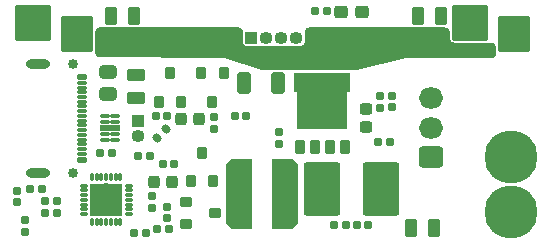
<source format=gts>
G04 #@! TF.GenerationSoftware,KiCad,Pcbnew,8.0.7-8.0.7-0~ubuntu24.04.1*
G04 #@! TF.CreationDate,2024-12-30T22:48:23-07:00*
G04 #@! TF.ProjectId,2s 40A PSU and charger,32732034-3041-4205-9053-5520616e6420,V1*
G04 #@! TF.SameCoordinates,Original*
G04 #@! TF.FileFunction,Soldermask,Top*
G04 #@! TF.FilePolarity,Negative*
%FSLAX46Y46*%
G04 Gerber Fmt 4.6, Leading zero omitted, Abs format (unit mm)*
G04 Created by KiCad (PCBNEW 8.0.7-8.0.7-0~ubuntu24.04.1) date 2024-12-30 22:48:23*
%MOMM*%
%LPD*%
G01*
G04 APERTURE LIST*
G04 Aperture macros list*
%AMRoundRect*
0 Rectangle with rounded corners*
0 $1 Rounding radius*
0 $2 $3 $4 $5 $6 $7 $8 $9 X,Y pos of 4 corners*
0 Add a 4 corners polygon primitive as box body*
4,1,4,$2,$3,$4,$5,$6,$7,$8,$9,$2,$3,0*
0 Add four circle primitives for the rounded corners*
1,1,$1+$1,$2,$3*
1,1,$1+$1,$4,$5*
1,1,$1+$1,$6,$7*
1,1,$1+$1,$8,$9*
0 Add four rect primitives between the rounded corners*
20,1,$1+$1,$2,$3,$4,$5,0*
20,1,$1+$1,$4,$5,$6,$7,0*
20,1,$1+$1,$6,$7,$8,$9,0*
20,1,$1+$1,$8,$9,$2,$3,0*%
%AMFreePoly0*
4,1,15,2.515355,1.085355,2.935355,0.665355,2.950000,0.630000,2.950000,-1.050000,2.935355,-1.085355,2.900000,-1.100000,-2.900000,-1.100000,-2.935355,-1.085355,-2.950000,-1.050000,-2.950000,0.630000,-2.935355,0.665355,-2.515355,1.085355,-2.480000,1.100000,2.480000,1.100000,2.515355,1.085355,2.515355,1.085355,$1*%
%AMFreePoly1*
4,1,21,2.135355,1.135355,2.150000,1.100000,2.150000,-1.950000,2.350000,-1.950000,2.385355,-1.964645,2.400000,-2.000000,2.400000,-3.500000,2.385355,-3.535355,2.350000,-3.550000,-2.350000,-3.550000,-2.385355,-3.535355,-2.400000,-3.500000,-2.400000,-2.000000,-2.385355,-1.964645,-2.350000,-1.950000,-2.150000,-1.950000,-2.150000,1.100000,-2.135355,1.135355,-2.100000,1.150000,2.100000,1.150000,
2.135355,1.135355,2.135355,1.135355,$1*%
G04 Aperture macros list end*
%ADD10C,0.000000*%
%ADD11RoundRect,0.165000X0.165000X0.195000X-0.165000X0.195000X-0.165000X-0.195000X0.165000X-0.195000X0*%
%ADD12RoundRect,0.050000X-0.337500X0.125000X-0.337500X-0.125000X0.337500X-0.125000X0.337500X0.125000X0*%
%ADD13RoundRect,0.050000X-0.387500X0.200000X-0.387500X-0.200000X0.387500X-0.200000X0.387500X0.200000X0*%
%ADD14RoundRect,0.160000X-0.210000X0.160000X-0.210000X-0.160000X0.210000X-0.160000X0.210000X0.160000X0*%
%ADD15RoundRect,0.160000X0.210000X-0.160000X0.210000X0.160000X-0.210000X0.160000X-0.210000X-0.160000X0*%
%ADD16RoundRect,0.160000X-0.160000X-0.210000X0.160000X-0.210000X0.160000X0.210000X-0.160000X0.210000X0*%
%ADD17RoundRect,0.275000X-0.275000X-0.500000X0.275000X-0.500000X0.275000X0.500000X-0.275000X0.500000X0*%
%ADD18RoundRect,0.165000X-0.165000X-0.195000X0.165000X-0.195000X0.165000X0.195000X-0.165000X0.195000X0*%
%ADD19RoundRect,0.272222X0.340278X0.652778X-0.340278X0.652778X-0.340278X-0.652778X0.340278X-0.652778X0*%
%ADD20RoundRect,0.225000X0.225000X-0.275000X0.225000X0.275000X-0.225000X0.275000X-0.225000X-0.275000X0*%
%ADD21RoundRect,0.172500X0.197500X-0.172500X0.197500X0.172500X-0.197500X0.172500X-0.197500X-0.172500X0*%
%ADD22RoundRect,0.225000X-0.275000X-0.225000X0.275000X-0.225000X0.275000X0.225000X-0.275000X0.225000X0*%
%ADD23RoundRect,0.160000X0.160000X0.210000X-0.160000X0.210000X-0.160000X-0.210000X0.160000X-0.210000X0*%
%ADD24RoundRect,0.250000X-0.275000X0.250000X-0.275000X-0.250000X0.275000X-0.250000X0.275000X0.250000X0*%
%ADD25RoundRect,0.275000X0.275000X0.500000X-0.275000X0.500000X-0.275000X-0.500000X0.275000X-0.500000X0*%
%ADD26RoundRect,0.102000X1.400000X1.400000X-1.400000X1.400000X-1.400000X-1.400000X1.400000X-1.400000X0*%
%ADD27RoundRect,0.275000X0.500000X-0.275000X0.500000X0.275000X-0.500000X0.275000X-0.500000X-0.275000X0*%
%ADD28FreePoly0,90.000000*%
%ADD29FreePoly0,270.000000*%
%ADD30RoundRect,0.264706X0.760294X-0.635294X0.760294X0.635294X-0.760294X0.635294X-0.760294X-0.635294X0*%
%ADD31O,2.050000X1.800000*%
%ADD32RoundRect,0.160000X0.035355X-0.261630X0.261630X-0.035355X-0.035355X0.261630X-0.261630X0.035355X0*%
%ADD33RoundRect,0.100000X-1.250000X-1.400000X1.250000X-1.400000X1.250000X1.400000X-1.250000X1.400000X0*%
%ADD34RoundRect,0.050000X0.500000X-0.500000X0.500000X0.500000X-0.500000X0.500000X-0.500000X-0.500000X0*%
%ADD35O,1.100000X1.100000*%
%ADD36RoundRect,0.165000X-0.195000X0.165000X-0.195000X-0.165000X0.195000X-0.165000X0.195000X0.165000X0*%
%ADD37RoundRect,0.274390X0.475610X-0.288110X0.475610X0.288110X-0.475610X0.288110X-0.475610X-0.288110X0*%
%ADD38RoundRect,0.050000X-0.500000X-0.500000X0.500000X-0.500000X0.500000X0.500000X-0.500000X0.500000X0*%
%ADD39RoundRect,0.262500X0.312500X0.262500X-0.312500X0.262500X-0.312500X-0.262500X0.312500X-0.262500X0*%
%ADD40RoundRect,0.200000X0.200000X0.425000X-0.200000X0.425000X-0.200000X-0.425000X0.200000X-0.425000X0*%
%ADD41FreePoly1,180.000000*%
%ADD42RoundRect,0.225000X-0.225000X0.275000X-0.225000X-0.275000X0.225000X-0.275000X0.225000X0.275000X0*%
%ADD43C,0.800000*%
%ADD44C,4.500000*%
%ADD45O,0.300000X0.699999*%
%ADD46O,0.699999X0.300000*%
%ADD47C,0.700000*%
%ADD48RoundRect,0.050000X-1.300000X1.300000X-1.300000X-1.300000X1.300000X-1.300000X1.300000X1.300000X0*%
%ADD49RoundRect,0.250000X0.250000X0.275000X-0.250000X0.275000X-0.250000X-0.275000X0.250000X-0.275000X0*%
%ADD50RoundRect,0.258266X1.304234X2.016734X-1.304234X2.016734X-1.304234X-2.016734X1.304234X-2.016734X0*%
%ADD51RoundRect,0.070005X-0.345005X0.070005X-0.345005X-0.070005X0.345005X-0.070005X0.345005X0.070005X0*%
%ADD52RoundRect,0.112505X-0.302505X0.112505X-0.302505X-0.112505X0.302505X-0.112505X0.302505X0.112505X0*%
%ADD53C,0.850020*%
%ADD54O,2.050020X0.800020*%
%ADD55RoundRect,0.250000X-0.250000X-0.275000X0.250000X-0.275000X0.250000X0.275000X-0.250000X0.275000X0*%
G04 APERTURE END LIST*
D10*
G04 #@! TO.C,U3*
G36*
X115412600Y-129963500D02*
G01*
X115036500Y-129963500D01*
X115036500Y-127236500D01*
X115412600Y-127236500D01*
X115412600Y-129963500D01*
G37*
G36*
X117763500Y-127612600D02*
G01*
X115036500Y-127612600D01*
X115036500Y-127236500D01*
X117763500Y-127236500D01*
X117763500Y-127612600D01*
G37*
G36*
X117763500Y-128400000D02*
G01*
X115036500Y-128400000D01*
X115036500Y-128012600D01*
X117763500Y-128012600D01*
X117763500Y-128400000D01*
G37*
G36*
X117763500Y-129187400D02*
G01*
X115036500Y-129187400D01*
X115036500Y-128800000D01*
X117763500Y-128800000D01*
X117763500Y-129187400D01*
G37*
G36*
X117763500Y-129963500D02*
G01*
X115036500Y-129963500D01*
X115036500Y-129587400D01*
X117763500Y-129587400D01*
X117763500Y-129963500D01*
G37*
G36*
X116200000Y-129963500D02*
G01*
X115812600Y-129963500D01*
X115812600Y-127236500D01*
X116200000Y-127236500D01*
X116200000Y-129963500D01*
G37*
G36*
X116987400Y-129963500D02*
G01*
X116600000Y-129963500D01*
X116600000Y-127236500D01*
X116987400Y-127236500D01*
X116987400Y-129963500D01*
G37*
G36*
X117763500Y-129963500D02*
G01*
X117387400Y-129963500D01*
X117387400Y-127236500D01*
X117763500Y-127236500D01*
X117763500Y-129963500D01*
G37*
G04 #@! TD*
D11*
G04 #@! TO.C,C9*
X120080000Y-124900000D03*
X119120000Y-124900000D03*
G04 #@! TD*
D12*
G04 #@! TO.C,D11*
X116300000Y-121500000D03*
X116300000Y-122000000D03*
D13*
X116350000Y-122500000D03*
D12*
X116300000Y-123000000D03*
X116300000Y-123500000D03*
X117175000Y-123500000D03*
X117175000Y-123000000D03*
D13*
X117125000Y-122500000D03*
D12*
X117175000Y-122000000D03*
X117175000Y-121500000D03*
G04 #@! TD*
D14*
G04 #@! TO.C,R24*
X109500000Y-130290000D03*
X109500000Y-131310000D03*
G04 #@! TD*
D15*
G04 #@! TO.C,R20*
X120300000Y-129310000D03*
X120300000Y-128290000D03*
G04 #@! TD*
D16*
G04 #@! TO.C,R10*
X139390000Y-123700000D03*
X140410000Y-123700000D03*
G04 #@! TD*
D17*
G04 #@! TO.C,C20*
X142250000Y-131000000D03*
X144150000Y-131000000D03*
G04 #@! TD*
D18*
G04 #@! TO.C,C23*
X137620000Y-130700000D03*
X138580000Y-130700000D03*
G04 #@! TD*
D19*
G04 #@! TO.C,R1*
X130962500Y-118700000D03*
X128037500Y-118700000D03*
G04 #@! TD*
D20*
G04 #@! TO.C,Q1*
X120850000Y-120300000D03*
X122750000Y-120300000D03*
X121800000Y-117900000D03*
G04 #@! TD*
D21*
G04 #@! TO.C,D1*
X140600000Y-120785000D03*
X140600000Y-119815000D03*
G04 #@! TD*
D22*
G04 #@! TO.C,Q5*
X123200000Y-128750000D03*
X123200000Y-130650000D03*
X125600000Y-129700000D03*
G04 #@! TD*
D23*
G04 #@! TO.C,R19*
X116910000Y-124600000D03*
X115890000Y-124600000D03*
G04 #@! TD*
D24*
G04 #@! TO.C,C2*
X138400000Y-120925000D03*
X138400000Y-122475000D03*
G04 #@! TD*
D16*
G04 #@! TO.C,R25*
X134090000Y-112600000D03*
X135110000Y-112600000D03*
G04 #@! TD*
D18*
G04 #@! TO.C,C10*
X127320000Y-121500000D03*
X128280000Y-121500000D03*
G04 #@! TD*
D25*
G04 #@! TO.C,C12*
X118750000Y-113000000D03*
X116850000Y-113000000D03*
G04 #@! TD*
D18*
G04 #@! TO.C,C5*
X120620000Y-121500000D03*
X121580000Y-121500000D03*
G04 #@! TD*
D26*
G04 #@! TO.C,J3*
X110250000Y-113650000D03*
G04 #@! TD*
D27*
G04 #@! TO.C,C7*
X118900000Y-119950000D03*
X118900000Y-118050000D03*
G04 #@! TD*
D21*
G04 #@! TO.C,D3*
X108900000Y-128785000D03*
X108900000Y-127815000D03*
G04 #@! TD*
D15*
G04 #@! TO.C,R3*
X139600000Y-120810000D03*
X139600000Y-119790000D03*
G04 #@! TD*
D28*
G04 #@! TO.C,L2*
X127650000Y-128100000D03*
D29*
X131550000Y-128100000D03*
G04 #@! TD*
D30*
G04 #@! TO.C,J2*
X143900000Y-125000000D03*
D31*
X143900000Y-122500000D03*
X143900000Y-120000000D03*
G04 #@! TD*
D32*
G04 #@! TO.C,R8*
X120739376Y-123360624D03*
X121460624Y-122639376D03*
G04 #@! TD*
D33*
G04 #@! TO.C,J5*
X113950000Y-114600000D03*
G04 #@! TD*
D16*
G04 #@! TO.C,R23*
X109990000Y-127700000D03*
X111010000Y-127700000D03*
G04 #@! TD*
D34*
G04 #@! TO.C,J11*
X128690000Y-114900000D03*
D35*
X129960000Y-114900000D03*
X131230000Y-114900000D03*
X132500000Y-114900000D03*
G04 #@! TD*
D20*
G04 #@! TO.C,Q4*
X123550000Y-127000000D03*
X125450000Y-127000000D03*
X124500000Y-124600000D03*
G04 #@! TD*
D36*
G04 #@! TO.C,C21*
X121600000Y-129220000D03*
X121600000Y-130180000D03*
G04 #@! TD*
D37*
G04 #@! TO.C,R2*
X116600000Y-119612500D03*
X116600000Y-117787500D03*
G04 #@! TD*
D18*
G04 #@! TO.C,C11*
X121220000Y-125600000D03*
X122180000Y-125600000D03*
G04 #@! TD*
D23*
G04 #@! TO.C,R21*
X121710000Y-131100000D03*
X120690000Y-131100000D03*
G04 #@! TD*
D38*
G04 #@! TO.C,J12*
X119100000Y-121900000D03*
D35*
X119100000Y-123170000D03*
G04 #@! TD*
D39*
G04 #@! TO.C,D4*
X138075000Y-112700000D03*
X136325000Y-112700000D03*
G04 #@! TD*
D17*
G04 #@! TO.C,C14*
X142850000Y-113000000D03*
X144750000Y-113000000D03*
G04 #@! TD*
D23*
G04 #@! TO.C,R29*
X112210000Y-128700000D03*
X111190000Y-128700000D03*
G04 #@! TD*
D18*
G04 #@! TO.C,C22*
X135720000Y-130700000D03*
X136680000Y-130700000D03*
G04 #@! TD*
D40*
G04 #@! TO.C,Q3*
X132795000Y-124125000D03*
X134065000Y-124125000D03*
X135335000Y-124125000D03*
X136605000Y-124125000D03*
D41*
X134700000Y-121400000D03*
G04 #@! TD*
D14*
G04 #@! TO.C,R12*
X131000000Y-122890000D03*
X131000000Y-123910000D03*
G04 #@! TD*
D42*
G04 #@! TO.C,Q2*
X126350000Y-117900000D03*
X124450000Y-117900000D03*
X125400000Y-120300000D03*
G04 #@! TD*
D15*
G04 #@! TO.C,R7*
X125500000Y-122609999D03*
X125500000Y-121590001D03*
G04 #@! TD*
D26*
G04 #@! TO.C,J1*
X147199999Y-113650000D03*
G04 #@! TD*
D43*
G04 #@! TO.C,H1*
X149050000Y-129600000D03*
X149533274Y-128433274D03*
X149533274Y-130766726D03*
X150700000Y-127950000D03*
D44*
X150700000Y-129600000D03*
D43*
X150700000Y-131250000D03*
X151866726Y-128433274D03*
X151866726Y-130766726D03*
X152350000Y-129600000D03*
G04 #@! TD*
D45*
G04 #@! TO.C,U3*
X117600000Y-126700001D03*
X117200001Y-126700001D03*
X116799999Y-126700001D03*
X116400000Y-126700001D03*
X116000001Y-126700001D03*
X115599999Y-126700001D03*
X115200000Y-126700001D03*
D46*
X114500001Y-127400000D03*
X114500001Y-127799999D03*
X114500001Y-128200001D03*
X114500001Y-128600000D03*
X114500001Y-128999999D03*
X114500001Y-129400001D03*
X114500001Y-129800000D03*
D45*
X115200000Y-130500001D03*
X115599999Y-130500001D03*
X116000001Y-130500001D03*
X116400000Y-130500001D03*
X116799999Y-130500001D03*
X117200001Y-130500001D03*
X117600000Y-130500001D03*
D46*
X118299999Y-129800000D03*
X118299999Y-129400001D03*
X118299999Y-128999999D03*
X118299999Y-128600000D03*
X118299999Y-128200001D03*
X118299999Y-127799999D03*
X118299999Y-127400000D03*
D47*
X116400000Y-127550000D03*
X117450000Y-128600000D03*
X116400000Y-128600000D03*
D48*
X116400000Y-128600000D03*
D47*
X115350000Y-128600000D03*
X116400000Y-129650000D03*
G04 #@! TD*
D33*
G04 #@! TO.C,J4*
X150950000Y-114600000D03*
G04 #@! TD*
D49*
G04 #@! TO.C,C6*
X124275000Y-121800000D03*
X122725000Y-121800000D03*
G04 #@! TD*
D50*
G04 #@! TO.C,R18*
X139712500Y-127700000D03*
X134687500Y-127700000D03*
G04 #@! TD*
D51*
G04 #@! TO.C,J10*
X114350000Y-118700000D03*
X114350000Y-119500000D03*
X114350000Y-120300000D03*
X114350000Y-121100000D03*
X114350000Y-121500000D03*
X114350000Y-121900000D03*
X114350000Y-123500000D03*
X114350000Y-124300000D03*
X114350000Y-124700000D03*
X114350000Y-123900000D03*
X114350000Y-123100000D03*
X114350000Y-122700000D03*
X114350000Y-122300000D03*
X114350000Y-120700000D03*
X114350000Y-119900000D03*
X114350000Y-119100000D03*
D52*
X114350000Y-118185000D03*
X114350000Y-125215000D03*
D53*
X113590000Y-117105000D03*
D54*
X110610000Y-117105000D03*
D53*
X113590000Y-126295000D03*
D54*
X110610000Y-126295000D03*
G04 #@! TD*
D55*
G04 #@! TO.C,C17*
X120425000Y-127100000D03*
X121975000Y-127100000D03*
G04 #@! TD*
D23*
G04 #@! TO.C,R11*
X112210000Y-129700000D03*
X111190000Y-129700000D03*
G04 #@! TD*
G04 #@! TO.C,R22*
X119810000Y-131400000D03*
X118790000Y-131400000D03*
G04 #@! TD*
D43*
G04 #@! TO.C,H2*
X149533274Y-123833274D03*
X150700000Y-123350000D03*
X149050000Y-125000000D03*
X151866726Y-123833274D03*
D44*
X150700000Y-125000000D03*
D43*
X149533274Y-126166726D03*
X152350000Y-125000000D03*
X150700000Y-126650000D03*
X151866726Y-126166726D03*
G04 #@! TD*
G36*
X127591863Y-113998367D02*
G01*
X127611206Y-113999963D01*
X127705488Y-114015244D01*
X127742253Y-114027320D01*
X127818461Y-114066419D01*
X127849713Y-114089240D01*
X127910158Y-114149927D01*
X127932855Y-114181272D01*
X127971649Y-114257638D01*
X127983577Y-114294449D01*
X127998481Y-114388786D01*
X128000000Y-114408136D01*
X128000000Y-115200005D01*
X128019575Y-115323604D01*
X128076394Y-115435114D01*
X128076397Y-115435119D01*
X128164880Y-115523602D01*
X128164885Y-115523605D01*
X128276396Y-115580424D01*
X128276395Y-115580424D01*
X128399995Y-115600000D01*
X132800005Y-115600000D01*
X132923604Y-115580424D01*
X133035114Y-115523605D01*
X133035119Y-115523602D01*
X133123602Y-115435119D01*
X133123605Y-115435114D01*
X133180424Y-115323604D01*
X133200000Y-115200005D01*
X133200000Y-114409755D01*
X133201527Y-114390358D01*
X133216504Y-114295793D01*
X133228492Y-114258895D01*
X133267477Y-114182383D01*
X133290281Y-114150997D01*
X133350997Y-114090281D01*
X133382383Y-114067477D01*
X133458895Y-114028492D01*
X133495793Y-114016503D01*
X133590359Y-114001526D01*
X133609756Y-114000000D01*
X145090244Y-114000000D01*
X145109641Y-114001527D01*
X145204206Y-114016504D01*
X145241104Y-114028492D01*
X145317616Y-114067477D01*
X145349002Y-114090281D01*
X145409718Y-114150997D01*
X145432522Y-114182383D01*
X145471507Y-114258895D01*
X145483495Y-114295792D01*
X145498473Y-114390357D01*
X145500000Y-114409755D01*
X145500000Y-114900005D01*
X145519575Y-115023604D01*
X145576394Y-115135114D01*
X145576397Y-115135119D01*
X145664880Y-115223602D01*
X145664885Y-115223605D01*
X145776396Y-115280424D01*
X145776395Y-115280424D01*
X145899995Y-115300000D01*
X148990244Y-115300000D01*
X149009641Y-115301527D01*
X149104206Y-115316504D01*
X149141104Y-115328492D01*
X149217616Y-115367477D01*
X149249002Y-115390281D01*
X149309718Y-115450997D01*
X149332522Y-115482383D01*
X149371507Y-115558895D01*
X149383495Y-115595792D01*
X149398473Y-115690357D01*
X149400000Y-115709755D01*
X149400000Y-116190244D01*
X149398473Y-116209642D01*
X149383495Y-116304207D01*
X149371507Y-116341104D01*
X149332522Y-116417616D01*
X149309718Y-116449002D01*
X149249002Y-116509718D01*
X149217616Y-116532522D01*
X149141104Y-116571507D01*
X149104207Y-116583495D01*
X149009642Y-116598473D01*
X148990244Y-116600000D01*
X141846951Y-116600000D01*
X141800338Y-116602727D01*
X141800312Y-116602730D01*
X141754316Y-116610877D01*
X141754296Y-116610881D01*
X137649203Y-117588284D01*
X137642109Y-117589755D01*
X137606823Y-117596005D01*
X137592441Y-117597694D01*
X137556662Y-117599788D01*
X137549417Y-117600000D01*
X129762037Y-117600000D01*
X129753176Y-117599683D01*
X129709447Y-117596550D01*
X129691907Y-117594024D01*
X129649068Y-117584689D01*
X129640480Y-117582493D01*
X126354366Y-116615989D01*
X126299422Y-116603951D01*
X126243335Y-116599737D01*
X115907879Y-116551888D01*
X115888545Y-116550280D01*
X115794311Y-116534952D01*
X115757566Y-116522863D01*
X115681404Y-116483745D01*
X115650173Y-116460921D01*
X115589771Y-116400239D01*
X115567092Y-116368902D01*
X115528327Y-116292559D01*
X115516408Y-116255758D01*
X115501518Y-116161460D01*
X115500000Y-116142120D01*
X115500000Y-114361388D01*
X115501534Y-114341943D01*
X115516587Y-114247140D01*
X115528637Y-114210156D01*
X115567811Y-114133503D01*
X115590720Y-114102077D01*
X115651710Y-114041329D01*
X115683232Y-114018542D01*
X115760042Y-113979676D01*
X115797070Y-113967776D01*
X115891928Y-113953102D01*
X115911381Y-113951645D01*
X127591863Y-113998367D01*
G37*
M02*

</source>
